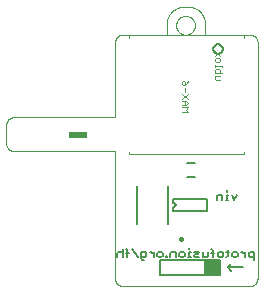
<source format=gbo>
G75*
%MOIN*%
%OFA0B0*%
%FSLAX25Y25*%
%IPPOS*%
%LPD*%
%AMOC8*
5,1,8,0,0,1.08239X$1,22.5*
%
%ADD10C,0.00000*%
%ADD11C,0.00500*%
%ADD12R,0.05906X0.02362*%
%ADD13C,0.00394*%
%ADD14C,0.00200*%
%ADD15C,0.01600*%
%ADD16C,0.00800*%
%ADD17C,0.00600*%
D10*
X0060095Y0064000D02*
X0060095Y0106500D01*
X0026345Y0106500D01*
X0026247Y0106502D01*
X0026149Y0106508D01*
X0026051Y0106517D01*
X0025954Y0106531D01*
X0025857Y0106548D01*
X0025761Y0106569D01*
X0025666Y0106594D01*
X0025572Y0106622D01*
X0025480Y0106655D01*
X0025388Y0106690D01*
X0025298Y0106730D01*
X0025210Y0106772D01*
X0025123Y0106819D01*
X0025039Y0106868D01*
X0024956Y0106921D01*
X0024876Y0106977D01*
X0024797Y0107037D01*
X0024721Y0107099D01*
X0024648Y0107164D01*
X0024577Y0107232D01*
X0024509Y0107303D01*
X0024444Y0107376D01*
X0024382Y0107452D01*
X0024322Y0107531D01*
X0024266Y0107611D01*
X0024213Y0107694D01*
X0024164Y0107778D01*
X0024117Y0107865D01*
X0024075Y0107953D01*
X0024035Y0108043D01*
X0024000Y0108135D01*
X0023967Y0108227D01*
X0023939Y0108321D01*
X0023914Y0108416D01*
X0023893Y0108512D01*
X0023876Y0108609D01*
X0023862Y0108706D01*
X0023853Y0108804D01*
X0023847Y0108902D01*
X0023845Y0109000D01*
X0023845Y0115250D01*
X0023847Y0115348D01*
X0023853Y0115446D01*
X0023862Y0115544D01*
X0023876Y0115641D01*
X0023893Y0115738D01*
X0023914Y0115834D01*
X0023939Y0115929D01*
X0023967Y0116023D01*
X0024000Y0116115D01*
X0024035Y0116207D01*
X0024075Y0116297D01*
X0024117Y0116385D01*
X0024164Y0116472D01*
X0024213Y0116556D01*
X0024266Y0116639D01*
X0024322Y0116719D01*
X0024382Y0116798D01*
X0024444Y0116874D01*
X0024509Y0116947D01*
X0024577Y0117018D01*
X0024648Y0117086D01*
X0024721Y0117151D01*
X0024797Y0117213D01*
X0024876Y0117273D01*
X0024956Y0117329D01*
X0025039Y0117382D01*
X0025123Y0117431D01*
X0025210Y0117478D01*
X0025298Y0117520D01*
X0025388Y0117560D01*
X0025480Y0117595D01*
X0025572Y0117628D01*
X0025666Y0117656D01*
X0025761Y0117681D01*
X0025857Y0117702D01*
X0025954Y0117719D01*
X0026051Y0117733D01*
X0026149Y0117742D01*
X0026247Y0117748D01*
X0026345Y0117750D01*
X0060095Y0117750D01*
X0060095Y0142750D01*
X0060097Y0142848D01*
X0060103Y0142946D01*
X0060112Y0143044D01*
X0060126Y0143141D01*
X0060143Y0143238D01*
X0060164Y0143334D01*
X0060189Y0143429D01*
X0060217Y0143523D01*
X0060250Y0143615D01*
X0060285Y0143707D01*
X0060325Y0143797D01*
X0060367Y0143885D01*
X0060414Y0143972D01*
X0060463Y0144056D01*
X0060516Y0144139D01*
X0060572Y0144219D01*
X0060632Y0144298D01*
X0060694Y0144374D01*
X0060759Y0144447D01*
X0060827Y0144518D01*
X0060898Y0144586D01*
X0060971Y0144651D01*
X0061047Y0144713D01*
X0061126Y0144773D01*
X0061206Y0144829D01*
X0061289Y0144882D01*
X0061373Y0144931D01*
X0061460Y0144978D01*
X0061548Y0145020D01*
X0061638Y0145060D01*
X0061730Y0145095D01*
X0061822Y0145128D01*
X0061916Y0145156D01*
X0062011Y0145181D01*
X0062107Y0145202D01*
X0062204Y0145219D01*
X0062301Y0145233D01*
X0062399Y0145242D01*
X0062497Y0145248D01*
X0062595Y0145250D01*
X0077283Y0145250D01*
X0077283Y0148183D01*
X0077282Y0148182D02*
X0077272Y0148334D01*
X0077266Y0148485D01*
X0077264Y0148637D01*
X0077266Y0148789D01*
X0077271Y0148941D01*
X0077280Y0149092D01*
X0077293Y0149243D01*
X0077310Y0149394D01*
X0077331Y0149545D01*
X0077356Y0149695D01*
X0077384Y0149844D01*
X0077416Y0149992D01*
X0077452Y0150140D01*
X0077491Y0150286D01*
X0077535Y0150432D01*
X0077582Y0150576D01*
X0077632Y0150719D01*
X0077686Y0150861D01*
X0077744Y0151001D01*
X0077805Y0151140D01*
X0077870Y0151277D01*
X0077939Y0151413D01*
X0078010Y0151547D01*
X0078085Y0151679D01*
X0078164Y0151809D01*
X0078245Y0151937D01*
X0078330Y0152063D01*
X0078418Y0152186D01*
X0078509Y0152308D01*
X0078603Y0152427D01*
X0078701Y0152544D01*
X0078801Y0152658D01*
X0078904Y0152769D01*
X0079009Y0152878D01*
X0079118Y0152984D01*
X0079229Y0153088D01*
X0079343Y0153188D01*
X0079459Y0153286D01*
X0079577Y0153381D01*
X0079698Y0153473D01*
X0079822Y0153561D01*
X0079947Y0153647D01*
X0080075Y0153729D01*
X0080204Y0153808D01*
X0080336Y0153883D01*
X0080469Y0153956D01*
X0080605Y0154025D01*
X0080742Y0154090D01*
X0080880Y0154152D01*
X0081020Y0154210D01*
X0081162Y0154265D01*
X0081305Y0154316D01*
X0081449Y0154364D01*
X0081594Y0154408D01*
X0081741Y0154448D01*
X0081888Y0154485D01*
X0082036Y0154518D01*
X0082185Y0154547D01*
X0082335Y0154572D01*
X0082485Y0154593D01*
X0082636Y0154611D01*
X0082787Y0154625D01*
X0084151Y0154625D01*
X0084302Y0154627D01*
X0084454Y0154625D01*
X0084605Y0154619D01*
X0084757Y0154610D01*
X0084908Y0154596D01*
X0085058Y0154578D01*
X0085208Y0154556D01*
X0085358Y0154531D01*
X0085506Y0154501D01*
X0085654Y0154468D01*
X0085801Y0154431D01*
X0085947Y0154390D01*
X0086092Y0154345D01*
X0086235Y0154296D01*
X0086378Y0154244D01*
X0086518Y0154188D01*
X0086658Y0154128D01*
X0086795Y0154065D01*
X0086931Y0153998D01*
X0087066Y0153928D01*
X0087198Y0153854D01*
X0087328Y0153776D01*
X0087457Y0153695D01*
X0087583Y0153611D01*
X0087706Y0153524D01*
X0087828Y0153433D01*
X0087947Y0153340D01*
X0088064Y0153243D01*
X0088178Y0153143D01*
X0088289Y0153040D01*
X0088398Y0152934D01*
X0088504Y0152826D01*
X0088607Y0152715D01*
X0088707Y0152601D01*
X0088804Y0152484D01*
X0088898Y0152365D01*
X0088988Y0152244D01*
X0089076Y0152120D01*
X0089160Y0151994D01*
X0089241Y0151866D01*
X0089319Y0151736D01*
X0089393Y0151604D01*
X0089464Y0151470D01*
X0089531Y0151334D01*
X0089595Y0151196D01*
X0089654Y0151057D01*
X0089711Y0150916D01*
X0089763Y0150774D01*
X0089812Y0150631D01*
X0089857Y0150486D01*
X0089898Y0150340D01*
X0089936Y0150193D01*
X0089970Y0150045D01*
X0089999Y0149897D01*
X0090025Y0149747D01*
X0090047Y0149597D01*
X0090065Y0149447D01*
X0090079Y0149296D01*
X0090089Y0149145D01*
X0090095Y0148993D01*
X0090095Y0145250D01*
X0105095Y0145250D01*
X0105193Y0145248D01*
X0105291Y0145242D01*
X0105389Y0145233D01*
X0105486Y0145219D01*
X0105583Y0145202D01*
X0105679Y0145181D01*
X0105774Y0145156D01*
X0105868Y0145128D01*
X0105960Y0145095D01*
X0106052Y0145060D01*
X0106142Y0145020D01*
X0106230Y0144978D01*
X0106317Y0144931D01*
X0106401Y0144882D01*
X0106484Y0144829D01*
X0106564Y0144773D01*
X0106643Y0144713D01*
X0106719Y0144651D01*
X0106792Y0144586D01*
X0106863Y0144518D01*
X0106931Y0144447D01*
X0106996Y0144374D01*
X0107058Y0144298D01*
X0107118Y0144219D01*
X0107174Y0144139D01*
X0107227Y0144056D01*
X0107276Y0143972D01*
X0107323Y0143885D01*
X0107365Y0143797D01*
X0107405Y0143707D01*
X0107440Y0143615D01*
X0107473Y0143523D01*
X0107501Y0143429D01*
X0107526Y0143334D01*
X0107547Y0143238D01*
X0107564Y0143141D01*
X0107578Y0143044D01*
X0107587Y0142946D01*
X0107593Y0142848D01*
X0107595Y0142750D01*
X0107595Y0063989D01*
X0107596Y0063990D02*
X0107593Y0063891D01*
X0107587Y0063793D01*
X0107576Y0063695D01*
X0107562Y0063598D01*
X0107544Y0063502D01*
X0107522Y0063406D01*
X0107497Y0063311D01*
X0107467Y0063217D01*
X0107435Y0063124D01*
X0107398Y0063033D01*
X0107358Y0062943D01*
X0107315Y0062855D01*
X0107268Y0062769D01*
X0107217Y0062684D01*
X0107164Y0062602D01*
X0107107Y0062522D01*
X0107047Y0062444D01*
X0106984Y0062368D01*
X0106919Y0062295D01*
X0106850Y0062225D01*
X0106779Y0062157D01*
X0106705Y0062092D01*
X0106629Y0062030D01*
X0106550Y0061971D01*
X0106469Y0061915D01*
X0106386Y0061863D01*
X0106301Y0061814D01*
X0106214Y0061768D01*
X0106125Y0061725D01*
X0106035Y0061686D01*
X0105944Y0061651D01*
X0105851Y0061619D01*
X0105756Y0061591D01*
X0105661Y0061567D01*
X0105565Y0061546D01*
X0105468Y0061529D01*
X0105371Y0061516D01*
X0105273Y0061507D01*
X0105175Y0061502D01*
X0105077Y0061500D01*
X0105076Y0061500D02*
X0062595Y0061500D01*
X0062497Y0061502D01*
X0062399Y0061508D01*
X0062301Y0061517D01*
X0062204Y0061531D01*
X0062107Y0061548D01*
X0062011Y0061569D01*
X0061916Y0061594D01*
X0061822Y0061622D01*
X0061730Y0061655D01*
X0061638Y0061690D01*
X0061548Y0061730D01*
X0061460Y0061772D01*
X0061373Y0061819D01*
X0061289Y0061868D01*
X0061206Y0061921D01*
X0061126Y0061977D01*
X0061047Y0062037D01*
X0060971Y0062099D01*
X0060898Y0062164D01*
X0060827Y0062232D01*
X0060759Y0062303D01*
X0060694Y0062376D01*
X0060632Y0062452D01*
X0060572Y0062531D01*
X0060516Y0062611D01*
X0060463Y0062694D01*
X0060414Y0062778D01*
X0060367Y0062865D01*
X0060325Y0062953D01*
X0060285Y0063043D01*
X0060250Y0063135D01*
X0060217Y0063227D01*
X0060189Y0063321D01*
X0060164Y0063416D01*
X0060143Y0063512D01*
X0060126Y0063609D01*
X0060112Y0063706D01*
X0060103Y0063804D01*
X0060097Y0063902D01*
X0060095Y0064000D01*
X0080470Y0148388D02*
X0080472Y0148500D01*
X0080478Y0148611D01*
X0080488Y0148722D01*
X0080502Y0148833D01*
X0080520Y0148943D01*
X0080541Y0149052D01*
X0080567Y0149161D01*
X0080597Y0149268D01*
X0080630Y0149375D01*
X0080667Y0149480D01*
X0080708Y0149584D01*
X0080752Y0149686D01*
X0080801Y0149787D01*
X0080852Y0149886D01*
X0080907Y0149983D01*
X0080966Y0150078D01*
X0081028Y0150170D01*
X0081093Y0150261D01*
X0081162Y0150349D01*
X0081233Y0150434D01*
X0081308Y0150517D01*
X0081385Y0150598D01*
X0081466Y0150675D01*
X0081549Y0150750D01*
X0081634Y0150821D01*
X0081722Y0150890D01*
X0081813Y0150955D01*
X0081905Y0151017D01*
X0082000Y0151076D01*
X0082097Y0151131D01*
X0082196Y0151182D01*
X0082297Y0151231D01*
X0082399Y0151275D01*
X0082503Y0151316D01*
X0082608Y0151353D01*
X0082715Y0151386D01*
X0082822Y0151416D01*
X0082931Y0151442D01*
X0083040Y0151463D01*
X0083150Y0151481D01*
X0083261Y0151495D01*
X0083372Y0151505D01*
X0083483Y0151511D01*
X0083595Y0151513D01*
X0083707Y0151511D01*
X0083818Y0151505D01*
X0083929Y0151495D01*
X0084040Y0151481D01*
X0084150Y0151463D01*
X0084259Y0151442D01*
X0084368Y0151416D01*
X0084475Y0151386D01*
X0084582Y0151353D01*
X0084687Y0151316D01*
X0084791Y0151275D01*
X0084893Y0151231D01*
X0084994Y0151182D01*
X0085093Y0151131D01*
X0085190Y0151076D01*
X0085285Y0151017D01*
X0085377Y0150955D01*
X0085468Y0150890D01*
X0085556Y0150821D01*
X0085641Y0150750D01*
X0085724Y0150675D01*
X0085805Y0150598D01*
X0085882Y0150517D01*
X0085957Y0150434D01*
X0086028Y0150349D01*
X0086097Y0150261D01*
X0086162Y0150170D01*
X0086224Y0150078D01*
X0086283Y0149983D01*
X0086338Y0149886D01*
X0086389Y0149787D01*
X0086438Y0149686D01*
X0086482Y0149584D01*
X0086523Y0149480D01*
X0086560Y0149375D01*
X0086593Y0149268D01*
X0086623Y0149161D01*
X0086649Y0149052D01*
X0086670Y0148943D01*
X0086688Y0148833D01*
X0086702Y0148722D01*
X0086712Y0148611D01*
X0086718Y0148500D01*
X0086720Y0148388D01*
X0086718Y0148276D01*
X0086712Y0148165D01*
X0086702Y0148054D01*
X0086688Y0147943D01*
X0086670Y0147833D01*
X0086649Y0147724D01*
X0086623Y0147615D01*
X0086593Y0147508D01*
X0086560Y0147401D01*
X0086523Y0147296D01*
X0086482Y0147192D01*
X0086438Y0147090D01*
X0086389Y0146989D01*
X0086338Y0146890D01*
X0086283Y0146793D01*
X0086224Y0146698D01*
X0086162Y0146606D01*
X0086097Y0146515D01*
X0086028Y0146427D01*
X0085957Y0146342D01*
X0085882Y0146259D01*
X0085805Y0146178D01*
X0085724Y0146101D01*
X0085641Y0146026D01*
X0085556Y0145955D01*
X0085468Y0145886D01*
X0085377Y0145821D01*
X0085285Y0145759D01*
X0085190Y0145700D01*
X0085093Y0145645D01*
X0084994Y0145594D01*
X0084893Y0145545D01*
X0084791Y0145501D01*
X0084687Y0145460D01*
X0084582Y0145423D01*
X0084475Y0145390D01*
X0084368Y0145360D01*
X0084259Y0145334D01*
X0084150Y0145313D01*
X0084040Y0145295D01*
X0083929Y0145281D01*
X0083818Y0145271D01*
X0083707Y0145265D01*
X0083595Y0145263D01*
X0083483Y0145265D01*
X0083372Y0145271D01*
X0083261Y0145281D01*
X0083150Y0145295D01*
X0083040Y0145313D01*
X0082931Y0145334D01*
X0082822Y0145360D01*
X0082715Y0145390D01*
X0082608Y0145423D01*
X0082503Y0145460D01*
X0082399Y0145501D01*
X0082297Y0145545D01*
X0082196Y0145594D01*
X0082097Y0145645D01*
X0082000Y0145700D01*
X0081905Y0145759D01*
X0081813Y0145821D01*
X0081722Y0145886D01*
X0081634Y0145955D01*
X0081549Y0146026D01*
X0081466Y0146101D01*
X0081385Y0146178D01*
X0081308Y0146259D01*
X0081233Y0146342D01*
X0081162Y0146427D01*
X0081093Y0146515D01*
X0081028Y0146606D01*
X0080966Y0146698D01*
X0080907Y0146793D01*
X0080852Y0146890D01*
X0080801Y0146989D01*
X0080752Y0147090D01*
X0080708Y0147192D01*
X0080667Y0147296D01*
X0080630Y0147401D01*
X0080597Y0147508D01*
X0080567Y0147615D01*
X0080541Y0147724D01*
X0080520Y0147833D01*
X0080502Y0147943D01*
X0080488Y0148054D01*
X0080478Y0148165D01*
X0080472Y0148276D01*
X0080470Y0148388D01*
D11*
X0092829Y0140551D02*
X0092831Y0140630D01*
X0092837Y0140709D01*
X0092847Y0140788D01*
X0092860Y0140865D01*
X0092878Y0140943D01*
X0092900Y0141019D01*
X0092925Y0141094D01*
X0092954Y0141167D01*
X0092986Y0141240D01*
X0093022Y0141310D01*
X0093062Y0141379D01*
X0093105Y0141445D01*
X0093151Y0141509D01*
X0093200Y0141571D01*
X0093253Y0141630D01*
X0093308Y0141687D01*
X0093366Y0141741D01*
X0093427Y0141792D01*
X0093490Y0141840D01*
X0093555Y0141884D01*
X0093623Y0141925D01*
X0093692Y0141963D01*
X0093763Y0141998D01*
X0093836Y0142028D01*
X0093911Y0142055D01*
X0093986Y0142079D01*
X0094063Y0142098D01*
X0094140Y0142114D01*
X0094219Y0142126D01*
X0094297Y0142134D01*
X0094376Y0142138D01*
X0094456Y0142138D01*
X0094535Y0142134D01*
X0094613Y0142126D01*
X0094692Y0142114D01*
X0094769Y0142098D01*
X0094846Y0142079D01*
X0094921Y0142055D01*
X0094996Y0142028D01*
X0095069Y0141998D01*
X0095140Y0141963D01*
X0095210Y0141925D01*
X0095277Y0141884D01*
X0095342Y0141840D01*
X0095405Y0141792D01*
X0095466Y0141741D01*
X0095524Y0141687D01*
X0095579Y0141630D01*
X0095632Y0141571D01*
X0095681Y0141509D01*
X0095727Y0141445D01*
X0095770Y0141379D01*
X0095810Y0141310D01*
X0095846Y0141240D01*
X0095878Y0141167D01*
X0095907Y0141094D01*
X0095932Y0141019D01*
X0095954Y0140943D01*
X0095972Y0140865D01*
X0095985Y0140788D01*
X0095995Y0140709D01*
X0096001Y0140630D01*
X0096003Y0140551D01*
X0096001Y0140472D01*
X0095995Y0140393D01*
X0095985Y0140314D01*
X0095972Y0140237D01*
X0095954Y0140159D01*
X0095932Y0140083D01*
X0095907Y0140008D01*
X0095878Y0139935D01*
X0095846Y0139862D01*
X0095810Y0139792D01*
X0095770Y0139723D01*
X0095727Y0139657D01*
X0095681Y0139593D01*
X0095632Y0139531D01*
X0095579Y0139472D01*
X0095524Y0139415D01*
X0095466Y0139361D01*
X0095405Y0139310D01*
X0095342Y0139262D01*
X0095277Y0139218D01*
X0095209Y0139177D01*
X0095140Y0139139D01*
X0095069Y0139104D01*
X0094996Y0139074D01*
X0094921Y0139047D01*
X0094846Y0139023D01*
X0094769Y0139004D01*
X0094692Y0138988D01*
X0094613Y0138976D01*
X0094535Y0138968D01*
X0094456Y0138964D01*
X0094376Y0138964D01*
X0094297Y0138968D01*
X0094219Y0138976D01*
X0094140Y0138988D01*
X0094063Y0139004D01*
X0093986Y0139023D01*
X0093911Y0139047D01*
X0093836Y0139074D01*
X0093763Y0139104D01*
X0093692Y0139139D01*
X0093622Y0139177D01*
X0093555Y0139218D01*
X0093490Y0139262D01*
X0093427Y0139310D01*
X0093366Y0139361D01*
X0093308Y0139415D01*
X0093253Y0139472D01*
X0093200Y0139531D01*
X0093151Y0139593D01*
X0093105Y0139657D01*
X0093062Y0139723D01*
X0093022Y0139792D01*
X0092986Y0139862D01*
X0092954Y0139935D01*
X0092925Y0140008D01*
X0092900Y0140083D01*
X0092878Y0140159D01*
X0092860Y0140237D01*
X0092847Y0140314D01*
X0092837Y0140393D01*
X0092831Y0140472D01*
X0092829Y0140551D01*
X0097386Y0093340D02*
X0097386Y0092890D01*
X0097386Y0091989D02*
X0097386Y0090187D01*
X0097836Y0090187D02*
X0096935Y0090187D01*
X0095872Y0090187D02*
X0095872Y0091989D01*
X0094521Y0091989D01*
X0094070Y0091539D01*
X0094070Y0090187D01*
X0097386Y0091989D02*
X0097836Y0091989D01*
X0098981Y0091989D02*
X0099882Y0090187D01*
X0100783Y0091989D01*
X0090833Y0090577D02*
X0090833Y0086443D01*
X0079416Y0086443D01*
X0079377Y0086443D02*
X0079377Y0087900D01*
X0079613Y0087939D02*
X0079663Y0087941D01*
X0079712Y0087947D01*
X0079761Y0087956D01*
X0079809Y0087969D01*
X0079856Y0087986D01*
X0079901Y0088006D01*
X0079945Y0088030D01*
X0079987Y0088057D01*
X0080027Y0088088D01*
X0080064Y0088121D01*
X0080098Y0088157D01*
X0080130Y0088195D01*
X0080159Y0088236D01*
X0080184Y0088278D01*
X0080206Y0088323D01*
X0080225Y0088369D01*
X0080240Y0088417D01*
X0080251Y0088465D01*
X0080259Y0088514D01*
X0080263Y0088564D01*
X0080263Y0088614D01*
X0080259Y0088664D01*
X0080251Y0088713D01*
X0080240Y0088761D01*
X0080225Y0088809D01*
X0080206Y0088855D01*
X0080184Y0088900D01*
X0080159Y0088942D01*
X0080130Y0088983D01*
X0080098Y0089021D01*
X0080064Y0089057D01*
X0080027Y0089090D01*
X0079987Y0089121D01*
X0079945Y0089148D01*
X0079901Y0089172D01*
X0079856Y0089192D01*
X0079809Y0089209D01*
X0079761Y0089222D01*
X0079712Y0089231D01*
X0079663Y0089237D01*
X0079613Y0089239D01*
X0079377Y0089239D02*
X0079377Y0090617D01*
X0090794Y0090617D01*
X0084841Y0074278D02*
X0084841Y0073827D01*
X0084841Y0072927D02*
X0084841Y0071125D01*
X0085291Y0071125D02*
X0084390Y0071125D01*
X0083327Y0071575D02*
X0083327Y0072476D01*
X0082876Y0072927D01*
X0081975Y0072927D01*
X0081525Y0072476D01*
X0081525Y0071575D01*
X0081975Y0071125D01*
X0082876Y0071125D01*
X0083327Y0071575D01*
X0084841Y0072927D02*
X0085291Y0072927D01*
X0086436Y0072927D02*
X0087787Y0072927D01*
X0088237Y0072476D01*
X0087787Y0072026D01*
X0086886Y0072026D01*
X0086436Y0071575D01*
X0086886Y0071125D01*
X0088237Y0071125D01*
X0089382Y0071125D02*
X0089382Y0072927D01*
X0089382Y0071125D02*
X0090734Y0071125D01*
X0091184Y0071575D01*
X0091184Y0072927D01*
X0092248Y0072476D02*
X0093148Y0072476D01*
X0092698Y0073377D02*
X0092248Y0073827D01*
X0092698Y0073377D02*
X0092698Y0071125D01*
X0094293Y0071575D02*
X0094293Y0072476D01*
X0094744Y0072927D01*
X0095644Y0072927D01*
X0096095Y0072476D01*
X0096095Y0071575D01*
X0095644Y0071125D01*
X0094744Y0071125D01*
X0094293Y0071575D01*
X0095095Y0070250D02*
X0095095Y0065250D01*
X0090095Y0065250D01*
X0090095Y0070250D01*
X0095095Y0070250D01*
X0075095Y0070250D01*
X0075095Y0065250D01*
X0095095Y0065250D01*
X0095095Y0070250D01*
X0095095Y0069975D02*
X0090095Y0069975D01*
X0090095Y0069476D02*
X0095095Y0069476D01*
X0095095Y0068978D02*
X0090095Y0068978D01*
X0090095Y0068479D02*
X0095095Y0068479D01*
X0095095Y0067981D02*
X0090095Y0067981D01*
X0090095Y0067482D02*
X0095095Y0067482D01*
X0095095Y0066984D02*
X0090095Y0066984D01*
X0090095Y0066485D02*
X0095095Y0066485D01*
X0095095Y0065987D02*
X0090095Y0065987D01*
X0090095Y0065488D02*
X0095095Y0065488D01*
X0097595Y0067750D02*
X0098845Y0066500D01*
X0097595Y0067750D02*
X0098845Y0069000D01*
X0097595Y0067750D02*
X0102595Y0067750D01*
X0103461Y0071125D02*
X0103461Y0072927D01*
X0103461Y0072026D02*
X0102560Y0072927D01*
X0102110Y0072927D01*
X0101006Y0072476D02*
X0101006Y0071575D01*
X0100555Y0071125D01*
X0099655Y0071125D01*
X0099204Y0071575D01*
X0099204Y0072476D01*
X0099655Y0072927D01*
X0100555Y0072927D01*
X0101006Y0072476D01*
X0098059Y0072927D02*
X0097158Y0072927D01*
X0097609Y0073377D02*
X0097609Y0071575D01*
X0097158Y0071125D01*
X0104606Y0071575D02*
X0105056Y0071125D01*
X0106408Y0071125D01*
X0106408Y0070224D02*
X0106408Y0072927D01*
X0105056Y0072927D01*
X0104606Y0072476D01*
X0104606Y0071575D01*
X0080380Y0071125D02*
X0080380Y0072927D01*
X0079029Y0072927D01*
X0078579Y0072476D01*
X0078579Y0071125D01*
X0077434Y0071125D02*
X0076983Y0071125D01*
X0076983Y0071575D01*
X0077434Y0071575D01*
X0077434Y0071125D01*
X0075960Y0071575D02*
X0075960Y0072476D01*
X0075510Y0072927D01*
X0074609Y0072927D01*
X0074159Y0072476D01*
X0074159Y0071575D01*
X0074609Y0071125D01*
X0075510Y0071125D01*
X0075960Y0071575D01*
X0073014Y0071125D02*
X0073014Y0072927D01*
X0072113Y0072927D02*
X0071663Y0072927D01*
X0072113Y0072927D02*
X0073014Y0072026D01*
X0070558Y0072476D02*
X0070558Y0071575D01*
X0070108Y0071125D01*
X0068757Y0071125D01*
X0068757Y0070675D02*
X0068757Y0072927D01*
X0070108Y0072927D01*
X0070558Y0072476D01*
X0069658Y0070224D02*
X0069207Y0070224D01*
X0068757Y0070675D01*
X0067612Y0071125D02*
X0065810Y0073827D01*
X0064215Y0073377D02*
X0064215Y0071125D01*
X0064665Y0072476D02*
X0063765Y0072476D01*
X0064215Y0073377D02*
X0063765Y0073827D01*
X0062701Y0073827D02*
X0062701Y0071125D01*
X0062701Y0072476D02*
X0062251Y0072927D01*
X0061350Y0072927D01*
X0060899Y0072476D01*
X0060899Y0071125D01*
D12*
X0047772Y0111994D03*
D13*
X0064888Y0106102D02*
X0064888Y0105512D01*
X0103077Y0105512D01*
X0103077Y0106102D01*
X0103077Y0144291D02*
X0103077Y0145276D01*
X0064888Y0145276D01*
X0064888Y0144291D01*
D14*
X0082273Y0129503D02*
X0082640Y0129870D01*
X0083007Y0129870D01*
X0083374Y0129503D01*
X0083374Y0128402D01*
X0082640Y0128402D01*
X0082273Y0128769D01*
X0082273Y0129503D01*
X0083374Y0128402D02*
X0084108Y0129136D01*
X0084475Y0129870D01*
X0083374Y0127660D02*
X0083374Y0126192D01*
X0082273Y0125450D02*
X0084475Y0123982D01*
X0083741Y0123240D02*
X0084475Y0122506D01*
X0083741Y0121772D01*
X0082273Y0121772D01*
X0082273Y0121030D02*
X0084475Y0121030D01*
X0083741Y0120296D01*
X0084475Y0119562D01*
X0082273Y0119562D01*
X0083374Y0121772D02*
X0083374Y0123240D01*
X0083741Y0123240D02*
X0082273Y0123240D01*
X0082273Y0123982D02*
X0084475Y0125450D01*
X0093494Y0130509D02*
X0093494Y0131609D01*
X0094961Y0131609D01*
X0094961Y0132351D02*
X0094961Y0133452D01*
X0094595Y0133819D01*
X0093861Y0133819D01*
X0093494Y0133452D01*
X0093494Y0132351D01*
X0095695Y0132351D01*
X0095695Y0134561D02*
X0095695Y0134928D01*
X0093494Y0134928D01*
X0093494Y0134561D02*
X0093494Y0135295D01*
X0093861Y0136035D02*
X0093494Y0136402D01*
X0093494Y0137135D01*
X0093861Y0137502D01*
X0094595Y0137502D01*
X0094961Y0137135D01*
X0094961Y0136402D01*
X0094595Y0136035D01*
X0093861Y0136035D01*
X0093494Y0138244D02*
X0094961Y0139712D01*
X0093494Y0139712D02*
X0094961Y0138244D01*
X0093494Y0130509D02*
X0093861Y0130142D01*
X0094961Y0130142D01*
D15*
X0081970Y0077245D02*
X0081970Y0077005D01*
D16*
X0077713Y0082076D02*
X0077713Y0094674D01*
X0067477Y0094674D02*
X0067477Y0082076D01*
D17*
X0084227Y0097888D02*
X0086589Y0097888D01*
X0086589Y0102612D02*
X0084227Y0102612D01*
M02*

</source>
